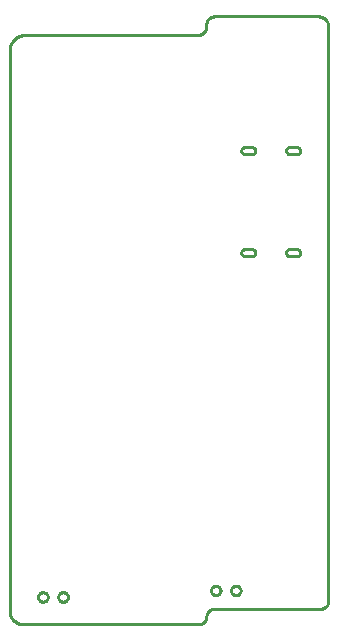
<source format=gbr>
G04 EAGLE Gerber RS-274X export*
G75*
%MOMM*%
%FSLAX34Y34*%
%LPD*%
%IN*%
%IPPOS*%
%AMOC8*
5,1,8,0,0,1.08239X$1,22.5*%
G01*
%ADD10C,0.254000*%


D10*
X0Y12700D02*
X181Y11738D01*
X445Y10794D01*
X790Y9878D01*
X1213Y8995D01*
X1712Y8152D01*
X2283Y7356D01*
X2920Y6613D01*
X3620Y5928D01*
X4377Y5307D01*
X5186Y4754D01*
X6039Y4274D01*
X6931Y3870D01*
X7855Y3545D01*
X8804Y3302D01*
X9770Y3143D01*
X10746Y3068D01*
X11725Y3079D01*
X12700Y3175D01*
X158750Y3175D01*
X159309Y3061D01*
X159877Y2996D01*
X160448Y2981D01*
X161018Y3015D01*
X161582Y3099D01*
X162138Y3232D01*
X162679Y3413D01*
X163203Y3640D01*
X163705Y3912D01*
X164181Y4227D01*
X164629Y4582D01*
X165043Y4975D01*
X165422Y5403D01*
X165762Y5861D01*
X166060Y6348D01*
X166315Y6859D01*
X166525Y7390D01*
X166688Y7938D01*
X166688Y9525D01*
X166712Y10078D01*
X166784Y10628D01*
X166904Y11169D01*
X167070Y11697D01*
X167282Y12209D01*
X167538Y12700D01*
X167836Y13167D01*
X168173Y13607D01*
X168547Y14015D01*
X168956Y14389D01*
X169395Y14727D01*
X169863Y15024D01*
X170354Y15280D01*
X170866Y15492D01*
X171394Y15659D01*
X171935Y15779D01*
X172484Y15851D01*
X173038Y15875D01*
X263525Y15875D01*
X264150Y15966D01*
X264765Y16111D01*
X265365Y16310D01*
X265946Y16560D01*
X266502Y16859D01*
X267030Y17206D01*
X267526Y17598D01*
X267986Y18031D01*
X268406Y18503D01*
X268784Y19009D01*
X269116Y19547D01*
X269400Y20111D01*
X269634Y20699D01*
X269816Y21304D01*
X269944Y21922D01*
X270018Y22550D01*
X270036Y23182D01*
X270000Y23813D01*
X270000Y508000D01*
X270030Y508769D01*
X269993Y509538D01*
X269890Y510301D01*
X269720Y511052D01*
X269485Y511785D01*
X269188Y512495D01*
X268829Y513176D01*
X268413Y513824D01*
X267941Y514432D01*
X267419Y514998D01*
X266849Y515515D01*
X266236Y515981D01*
X265585Y516392D01*
X264901Y516745D01*
X264189Y517036D01*
X263453Y517264D01*
X262701Y517428D01*
X261938Y517525D01*
X173038Y517525D01*
X172484Y517501D01*
X171935Y517429D01*
X171394Y517309D01*
X170866Y517142D01*
X170354Y516930D01*
X169863Y516674D01*
X169395Y516377D01*
X168956Y516039D01*
X168547Y515665D01*
X168173Y515257D01*
X167836Y514817D01*
X167538Y514350D01*
X167282Y513859D01*
X167070Y513347D01*
X166904Y512819D01*
X166784Y512278D01*
X166712Y511728D01*
X166688Y511175D01*
X166688Y509588D01*
X166657Y508896D01*
X166567Y508209D01*
X166417Y507533D01*
X166209Y506873D01*
X165944Y506233D01*
X165624Y505619D01*
X165252Y505035D01*
X164830Y504485D01*
X164363Y503975D01*
X163852Y503507D01*
X163303Y503085D01*
X162719Y502713D01*
X162105Y502394D01*
X161465Y502129D01*
X160804Y501920D01*
X160128Y501771D01*
X159442Y501680D01*
X158750Y501650D01*
X12700Y501650D01*
X11593Y501602D01*
X10495Y501457D01*
X9413Y501217D01*
X8356Y500884D01*
X7333Y500460D01*
X6350Y499949D01*
X5416Y499353D01*
X4537Y498679D01*
X3720Y497930D01*
X2971Y497113D01*
X2297Y496234D01*
X1701Y495300D01*
X1190Y494317D01*
X766Y493294D01*
X433Y492237D01*
X193Y491155D01*
X48Y490057D01*
X0Y488950D01*
X0Y12700D01*
X234156Y403880D02*
X234167Y403619D01*
X234202Y403359D01*
X234258Y403104D01*
X234337Y402854D01*
X234437Y402612D01*
X234558Y402380D01*
X234699Y402159D01*
X234858Y401952D01*
X235035Y401759D01*
X235228Y401582D01*
X235435Y401423D01*
X235656Y401282D01*
X235888Y401161D01*
X236130Y401061D01*
X236380Y400982D01*
X236635Y400926D01*
X236895Y400891D01*
X237156Y400880D01*
X243156Y400880D01*
X243417Y400891D01*
X243677Y400926D01*
X243932Y400982D01*
X244182Y401061D01*
X244424Y401161D01*
X244656Y401282D01*
X244877Y401423D01*
X245084Y401582D01*
X245277Y401759D01*
X245454Y401952D01*
X245613Y402159D01*
X245754Y402380D01*
X245875Y402612D01*
X245975Y402854D01*
X246054Y403104D01*
X246110Y403359D01*
X246145Y403619D01*
X246156Y403880D01*
X246145Y404141D01*
X246110Y404401D01*
X246054Y404656D01*
X245975Y404906D01*
X245875Y405148D01*
X245754Y405380D01*
X245613Y405601D01*
X245454Y405808D01*
X245277Y406001D01*
X245084Y406178D01*
X244877Y406337D01*
X244656Y406478D01*
X244424Y406599D01*
X244182Y406699D01*
X243932Y406778D01*
X243677Y406834D01*
X243417Y406869D01*
X243156Y406880D01*
X237156Y406880D01*
X236895Y406869D01*
X236635Y406834D01*
X236380Y406778D01*
X236130Y406699D01*
X235888Y406599D01*
X235656Y406478D01*
X235435Y406337D01*
X235228Y406178D01*
X235035Y406001D01*
X234858Y405808D01*
X234699Y405601D01*
X234558Y405380D01*
X234437Y405148D01*
X234337Y404906D01*
X234258Y404656D01*
X234202Y404401D01*
X234167Y404141D01*
X234156Y403880D01*
X234156Y317480D02*
X234167Y317219D01*
X234202Y316959D01*
X234258Y316704D01*
X234337Y316454D01*
X234437Y316212D01*
X234558Y315980D01*
X234699Y315759D01*
X234858Y315552D01*
X235035Y315359D01*
X235228Y315182D01*
X235435Y315023D01*
X235656Y314882D01*
X235888Y314761D01*
X236130Y314661D01*
X236380Y314582D01*
X236635Y314526D01*
X236895Y314491D01*
X237156Y314480D01*
X243156Y314480D01*
X243417Y314491D01*
X243677Y314526D01*
X243932Y314582D01*
X244182Y314661D01*
X244424Y314761D01*
X244656Y314882D01*
X244877Y315023D01*
X245084Y315182D01*
X245277Y315359D01*
X245454Y315552D01*
X245613Y315759D01*
X245754Y315980D01*
X245875Y316212D01*
X245975Y316454D01*
X246054Y316704D01*
X246110Y316959D01*
X246145Y317219D01*
X246156Y317480D01*
X246145Y317741D01*
X246110Y318001D01*
X246054Y318256D01*
X245975Y318506D01*
X245875Y318748D01*
X245754Y318980D01*
X245613Y319201D01*
X245454Y319408D01*
X245277Y319601D01*
X245084Y319778D01*
X244877Y319937D01*
X244656Y320078D01*
X244424Y320199D01*
X244182Y320299D01*
X243932Y320378D01*
X243677Y320434D01*
X243417Y320469D01*
X243156Y320480D01*
X237156Y320480D01*
X236895Y320469D01*
X236635Y320434D01*
X236380Y320378D01*
X236130Y320299D01*
X235888Y320199D01*
X235656Y320078D01*
X235435Y319937D01*
X235228Y319778D01*
X235035Y319601D01*
X234858Y319408D01*
X234699Y319201D01*
X234558Y318980D01*
X234437Y318748D01*
X234337Y318506D01*
X234258Y318256D01*
X234202Y318001D01*
X234167Y317741D01*
X234156Y317480D01*
X196156Y403880D02*
X196167Y403619D01*
X196202Y403359D01*
X196258Y403104D01*
X196337Y402854D01*
X196437Y402612D01*
X196558Y402380D01*
X196699Y402159D01*
X196858Y401952D01*
X197035Y401759D01*
X197228Y401582D01*
X197435Y401423D01*
X197656Y401282D01*
X197888Y401161D01*
X198130Y401061D01*
X198380Y400982D01*
X198635Y400926D01*
X198895Y400891D01*
X199156Y400880D01*
X205156Y400880D01*
X205417Y400891D01*
X205677Y400926D01*
X205932Y400982D01*
X206182Y401061D01*
X206424Y401161D01*
X206656Y401282D01*
X206877Y401423D01*
X207084Y401582D01*
X207277Y401759D01*
X207454Y401952D01*
X207613Y402159D01*
X207754Y402380D01*
X207875Y402612D01*
X207975Y402854D01*
X208054Y403104D01*
X208110Y403359D01*
X208145Y403619D01*
X208156Y403880D01*
X208145Y404141D01*
X208110Y404401D01*
X208054Y404656D01*
X207975Y404906D01*
X207875Y405148D01*
X207754Y405380D01*
X207613Y405601D01*
X207454Y405808D01*
X207277Y406001D01*
X207084Y406178D01*
X206877Y406337D01*
X206656Y406478D01*
X206424Y406599D01*
X206182Y406699D01*
X205932Y406778D01*
X205677Y406834D01*
X205417Y406869D01*
X205156Y406880D01*
X199156Y406880D01*
X198895Y406869D01*
X198635Y406834D01*
X198380Y406778D01*
X198130Y406699D01*
X197888Y406599D01*
X197656Y406478D01*
X197435Y406337D01*
X197228Y406178D01*
X197035Y406001D01*
X196858Y405808D01*
X196699Y405601D01*
X196558Y405380D01*
X196437Y405148D01*
X196337Y404906D01*
X196258Y404656D01*
X196202Y404401D01*
X196167Y404141D01*
X196156Y403880D01*
X196156Y317480D02*
X196167Y317219D01*
X196202Y316959D01*
X196258Y316704D01*
X196337Y316454D01*
X196437Y316212D01*
X196558Y315980D01*
X196699Y315759D01*
X196858Y315552D01*
X197035Y315359D01*
X197228Y315182D01*
X197435Y315023D01*
X197656Y314882D01*
X197888Y314761D01*
X198130Y314661D01*
X198380Y314582D01*
X198635Y314526D01*
X198895Y314491D01*
X199156Y314480D01*
X205156Y314480D01*
X205417Y314491D01*
X205677Y314526D01*
X205932Y314582D01*
X206182Y314661D01*
X206424Y314761D01*
X206656Y314882D01*
X206877Y315023D01*
X207084Y315182D01*
X207277Y315359D01*
X207454Y315552D01*
X207613Y315759D01*
X207754Y315980D01*
X207875Y316212D01*
X207975Y316454D01*
X208054Y316704D01*
X208110Y316959D01*
X208145Y317219D01*
X208156Y317480D01*
X208145Y317741D01*
X208110Y318001D01*
X208054Y318256D01*
X207975Y318506D01*
X207875Y318748D01*
X207754Y318980D01*
X207613Y319201D01*
X207454Y319408D01*
X207277Y319601D01*
X207084Y319778D01*
X206877Y319937D01*
X206656Y320078D01*
X206424Y320199D01*
X206182Y320299D01*
X205932Y320378D01*
X205677Y320434D01*
X205417Y320469D01*
X205156Y320480D01*
X199156Y320480D01*
X198895Y320469D01*
X198635Y320434D01*
X198380Y320378D01*
X198130Y320299D01*
X197888Y320199D01*
X197656Y320078D01*
X197435Y319937D01*
X197228Y319778D01*
X197035Y319601D01*
X196858Y319408D01*
X196699Y319201D01*
X196558Y318980D01*
X196437Y318748D01*
X196337Y318506D01*
X196258Y318256D01*
X196202Y318001D01*
X196167Y317741D01*
X196156Y317480D01*
X41267Y26297D02*
X41335Y26817D01*
X41471Y27324D01*
X41671Y27808D01*
X41934Y28262D01*
X42253Y28678D01*
X42623Y29049D01*
X43039Y29368D01*
X43494Y29630D01*
X43978Y29831D01*
X44484Y29967D01*
X45004Y30035D01*
X45529Y30035D01*
X46049Y29967D01*
X46555Y29831D01*
X47039Y29630D01*
X47494Y29368D01*
X47910Y29049D01*
X48280Y28678D01*
X48600Y28262D01*
X48862Y27808D01*
X49062Y27324D01*
X49198Y26817D01*
X49267Y26297D01*
X49267Y25773D01*
X49198Y25253D01*
X49062Y24746D01*
X48862Y24262D01*
X48600Y23808D01*
X48280Y23392D01*
X47910Y23021D01*
X47494Y22702D01*
X47039Y22440D01*
X46555Y22239D01*
X46049Y22103D01*
X45529Y22035D01*
X45004Y22035D01*
X44484Y22103D01*
X43978Y22239D01*
X43494Y22440D01*
X43039Y22702D01*
X42623Y23021D01*
X42253Y23392D01*
X41934Y23808D01*
X41671Y24262D01*
X41471Y24746D01*
X41335Y25253D01*
X41267Y25773D01*
X41267Y26297D01*
X24267Y26297D02*
X24335Y26817D01*
X24471Y27324D01*
X24671Y27808D01*
X24934Y28262D01*
X25253Y28678D01*
X25623Y29049D01*
X26039Y29368D01*
X26494Y29630D01*
X26978Y29831D01*
X27484Y29967D01*
X28004Y30035D01*
X28529Y30035D01*
X29049Y29967D01*
X29555Y29831D01*
X30039Y29630D01*
X30494Y29368D01*
X30910Y29049D01*
X31280Y28678D01*
X31600Y28262D01*
X31862Y27808D01*
X32062Y27324D01*
X32198Y26817D01*
X32267Y26297D01*
X32267Y25773D01*
X32198Y25253D01*
X32062Y24746D01*
X31862Y24262D01*
X31600Y23808D01*
X31280Y23392D01*
X30910Y23021D01*
X30494Y22702D01*
X30039Y22440D01*
X29555Y22239D01*
X29049Y22103D01*
X28529Y22035D01*
X28004Y22035D01*
X27484Y22103D01*
X26978Y22239D01*
X26494Y22440D01*
X26039Y22702D01*
X25623Y23021D01*
X25253Y23392D01*
X24934Y23808D01*
X24671Y24262D01*
X24471Y24746D01*
X24335Y25253D01*
X24267Y25773D01*
X24267Y26297D01*
X187634Y31758D02*
X187702Y32278D01*
X187838Y32785D01*
X188039Y33269D01*
X188301Y33723D01*
X188620Y34139D01*
X188991Y34510D01*
X189407Y34829D01*
X189861Y35091D01*
X190345Y35292D01*
X190852Y35428D01*
X191372Y35496D01*
X191896Y35496D01*
X192416Y35428D01*
X192923Y35292D01*
X193407Y35091D01*
X193861Y34829D01*
X194277Y34510D01*
X194648Y34139D01*
X194967Y33723D01*
X195229Y33269D01*
X195430Y32785D01*
X195566Y32278D01*
X195634Y31758D01*
X195634Y31234D01*
X195566Y30714D01*
X195430Y30207D01*
X195229Y29723D01*
X194967Y29269D01*
X194648Y28853D01*
X194277Y28482D01*
X193861Y28163D01*
X193407Y27901D01*
X192923Y27700D01*
X192416Y27564D01*
X191896Y27496D01*
X191372Y27496D01*
X190852Y27564D01*
X190345Y27700D01*
X189861Y27901D01*
X189407Y28163D01*
X188991Y28482D01*
X188620Y28853D01*
X188301Y29269D01*
X188039Y29723D01*
X187838Y30207D01*
X187702Y30714D01*
X187634Y31234D01*
X187634Y31758D01*
X170634Y31758D02*
X170702Y32278D01*
X170838Y32785D01*
X171039Y33269D01*
X171301Y33723D01*
X171620Y34139D01*
X171991Y34510D01*
X172407Y34829D01*
X172861Y35091D01*
X173345Y35292D01*
X173852Y35428D01*
X174372Y35496D01*
X174896Y35496D01*
X175416Y35428D01*
X175923Y35292D01*
X176407Y35091D01*
X176861Y34829D01*
X177277Y34510D01*
X177648Y34139D01*
X177967Y33723D01*
X178229Y33269D01*
X178430Y32785D01*
X178566Y32278D01*
X178634Y31758D01*
X178634Y31234D01*
X178566Y30714D01*
X178430Y30207D01*
X178229Y29723D01*
X177967Y29269D01*
X177648Y28853D01*
X177277Y28482D01*
X176861Y28163D01*
X176407Y27901D01*
X175923Y27700D01*
X175416Y27564D01*
X174896Y27496D01*
X174372Y27496D01*
X173852Y27564D01*
X173345Y27700D01*
X172861Y27901D01*
X172407Y28163D01*
X171991Y28482D01*
X171620Y28853D01*
X171301Y29269D01*
X171039Y29723D01*
X170838Y30207D01*
X170702Y30714D01*
X170634Y31234D01*
X170634Y31758D01*
M02*

</source>
